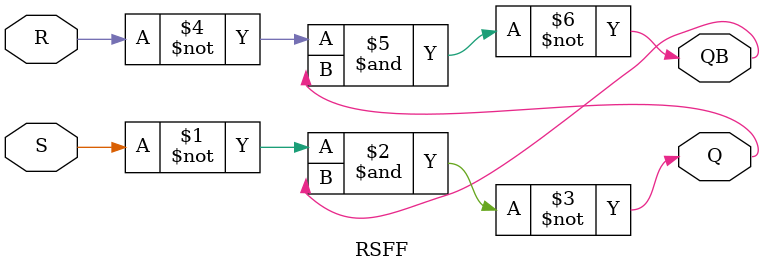
<source format=v>
module RSFF(S, R, Q, QB);
    input S, R;
    output Q, QB;
    assign Q = ~(~S & QB);
    assign QB = ~(~R & Q);
endmodule

</source>
